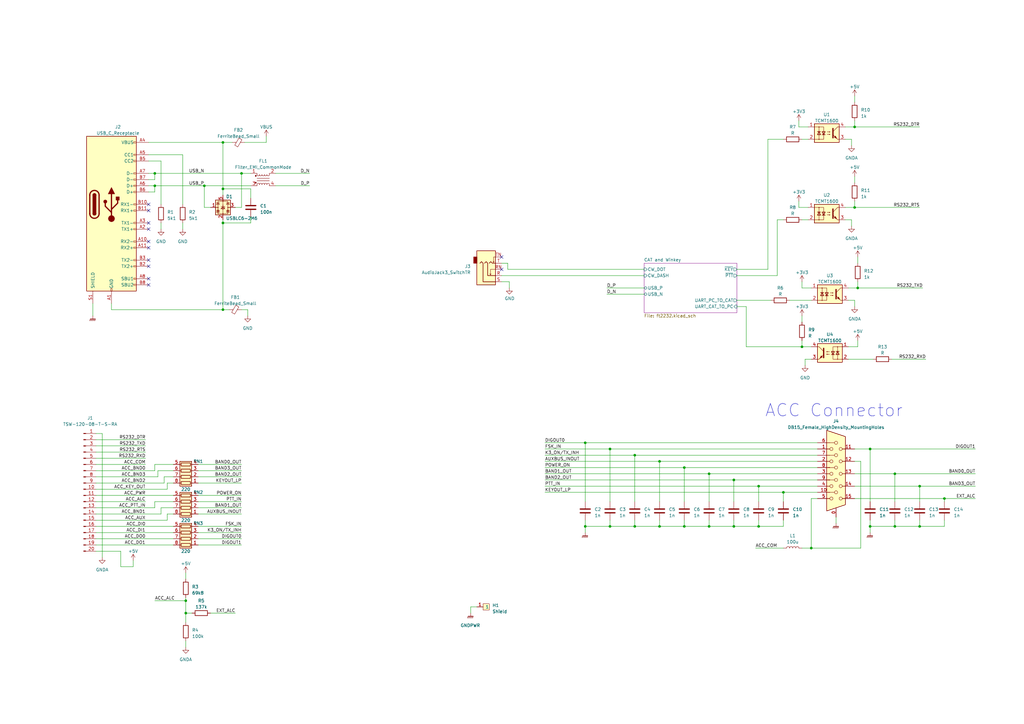
<source format=kicad_sch>
(kicad_sch (version 20210406) (generator eeschema)
  (paper "A3")
  (lib_symbols
    (symbol "Connector:AudioJack3_SwitchTR"
      (property "Reference" "J" (at 0 8.89 0))
      (property "Value" "AudioJack3_SwitchTR" (at 0 6.35 0))
      (symbol "AudioJack3_SwitchTR_1_1"
        (pin passive line (at 5.08 0 180) (length 2.54) (name "~") (number "R"))
        (pin passive line (at 5.08 -2.54 180) (length 2.54) (name "~") (number "RN"))
        (pin passive line (at 5.08 2.54 180) (length 2.54) (name "~") (number "S"))
        (pin passive line (at 5.08 -5.08 180) (length 2.54) (name "~") (number "T"))
        (pin passive line (at 5.08 -7.62 180) (length 2.54) (name "~") (number "TN"))
      )
    )
    (symbol "Connector:Conn_01x20_Male" (pin_names (offset 1.016) hide)
      (property "Reference" "J" (at 0 25.4 0))
      (property "Value" "Conn_01x20_Male" (at 0 -27.94 0))
      (symbol "Conn_01x20_Male_1_1"
        (pin passive line (at 5.08 22.86 180) (length 3.81) (name "Pin_1") (number "1"))
        (pin passive line (at 5.08 0 180) (length 3.81) (name "Pin_10") (number "10"))
        (pin passive line (at 5.08 -2.54 180) (length 3.81) (name "Pin_11") (number "11"))
        (pin passive line (at 5.08 -5.08 180) (length 3.81) (name "Pin_12") (number "12"))
        (pin passive line (at 5.08 -7.62 180) (length 3.81) (name "Pin_13") (number "13"))
        (pin passive line (at 5.08 -10.16 180) (length 3.81) (name "Pin_14") (number "14"))
        (pin passive line (at 5.08 -12.7 180) (length 3.81) (name "Pin_15") (number "15"))
        (pin passive line (at 5.08 -15.24 180) (length 3.81) (name "Pin_16") (number "16"))
        (pin passive line (at 5.08 -17.78 180) (length 3.81) (name "Pin_17") (number "17"))
        (pin passive line (at 5.08 -20.32 180) (length 3.81) (name "Pin_18") (number "18"))
        (pin passive line (at 5.08 -22.86 180) (length 3.81) (name "Pin_19") (number "19"))
        (pin passive line (at 5.08 20.32 180) (length 3.81) (name "Pin_2") (number "2"))
        (pin passive line (at 5.08 -25.4 180) (length 3.81) (name "Pin_20") (number "20"))
        (pin passive line (at 5.08 17.78 180) (length 3.81) (name "Pin_3") (number "3"))
        (pin passive line (at 5.08 15.24 180) (length 3.81) (name "Pin_4") (number "4"))
        (pin passive line (at 5.08 12.7 180) (length 3.81) (name "Pin_5") (number "5"))
        (pin passive line (at 5.08 10.16 180) (length 3.81) (name "Pin_6") (number "6"))
        (pin passive line (at 5.08 7.62 180) (length 3.81) (name "Pin_7") (number "7"))
        (pin passive line (at 5.08 5.08 180) (length 3.81) (name "Pin_8") (number "8"))
        (pin passive line (at 5.08 2.54 180) (length 3.81) (name "Pin_9") (number "9"))
      )
    )
    (symbol "Connector:DB15_Female_HighDensity_MountingHoles" (pin_names (offset 1.016) hide)
      (property "Reference" "J" (at 0 21.59 0))
      (property "Value" "DB15_Female_HighDensity_MountingHoles" (at 0 19.05 0))
      (symbol "DB15_Female_HighDensity_MountingHoles_1_1"
        (pin passive line (at 0 -17.78 90) (length 3.81) (name "~") (number "0"))
        (pin passive line (at -7.62 10.16 0) (length 5.08) (name "~") (number "1"))
        (pin passive line (at -7.62 -7.62 0) (length 5.08) (name "~") (number "10"))
        (pin passive line (at 7.62 10.16 180) (length 5.08) (name "~") (number "11"))
        (pin passive line (at 7.62 5.08 180) (length 5.08) (name "~") (number "12"))
        (pin passive line (at 7.62 0 180) (length 5.08) (name "~") (number "13"))
        (pin passive line (at 7.62 -5.08 180) (length 5.08) (name "~") (number "14"))
        (pin passive line (at 7.62 -10.16 180) (length 5.08) (name "~") (number "15"))
        (pin passive line (at -7.62 5.08 0) (length 5.08) (name "~") (number "2"))
        (pin passive line (at -7.62 0 0) (length 5.08) (name "~") (number "3"))
        (pin passive line (at -7.62 -5.08 0) (length 5.08) (name "~") (number "4"))
        (pin passive line (at -7.62 -10.16 0) (length 5.08) (name "~") (number "5"))
        (pin passive line (at -7.62 12.7 0) (length 5.08) (name "~") (number "6"))
        (pin passive line (at -7.62 7.62 0) (length 5.08) (name "~") (number "7"))
        (pin passive line (at -7.62 2.54 0) (length 5.08) (name "~") (number "8"))
        (pin passive line (at -7.62 -2.54 0) (length 5.08) (name "~") (number "9"))
      )
    )
    (symbol "Connector:USB_C_Receptacle" (pin_names (offset 1.016))
      (property "Reference" "J" (at -10.16 29.21 0))
      (property "Value" "USB_C_Receptacle" (at 10.16 29.21 0))
      (symbol "USB_C_Receptacle_1_1"
        (pin passive line (at 0 -40.64 90) (length 5.08) (name "GND") (number "A1"))
        (pin bidirectional line (at 15.24 -15.24 180) (length 5.08) (name "RX2-") (number "A10"))
        (pin bidirectional line (at 15.24 -17.78 180) (length 5.08) (name "RX2+") (number "A11"))
        (pin passive line (at 0 -40.64 90) (length 5.08) hide (name "GND") (number "A12"))
        (pin bidirectional line (at 15.24 -10.16 180) (length 5.08) (name "TX1+") (number "A2"))
        (pin bidirectional line (at 15.24 -7.62 180) (length 5.08) (name "TX1-") (number "A3"))
        (pin passive line (at 15.24 25.4 180) (length 5.08) (name "VBUS") (number "A4"))
        (pin bidirectional line (at 15.24 20.32 180) (length 5.08) (name "CC1") (number "A5"))
        (pin bidirectional line (at 15.24 7.62 180) (length 5.08) (name "D+") (number "A6"))
        (pin bidirectional line (at 15.24 12.7 180) (length 5.08) (name "D-") (number "A7"))
        (pin bidirectional line (at 15.24 -30.48 180) (length 5.08) (name "SBU1") (number "A8"))
        (pin passive line (at 15.24 25.4 180) (length 5.08) hide (name "VBUS") (number "A9"))
        (pin passive line (at 0 -40.64 90) (length 5.08) hide (name "GND") (number "B1"))
        (pin bidirectional line (at 15.24 0 180) (length 5.08) (name "RX1-") (number "B10"))
        (pin bidirectional line (at 15.24 -2.54 180) (length 5.08) (name "RX1+") (number "B11"))
        (pin passive line (at 0 -40.64 90) (length 5.08) hide (name "GND") (number "B12"))
        (pin bidirectional line (at 15.24 -25.4 180) (length 5.08) (name "TX2+") (number "B2"))
        (pin bidirectional line (at 15.24 -22.86 180) (length 5.08) (name "TX2-") (number "B3"))
        (pin passive line (at 15.24 25.4 180) (length 5.08) hide (name "VBUS") (number "B4"))
        (pin bidirectional line (at 15.24 17.78 180) (length 5.08) (name "CC2") (number "B5"))
        (pin bidirectional line (at 15.24 5.08 180) (length 5.08) (name "D+") (number "B6"))
        (pin bidirectional line (at 15.24 10.16 180) (length 5.08) (name "D-") (number "B7"))
        (pin bidirectional line (at 15.24 -33.02 180) (length 5.08) (name "SBU2") (number "B8"))
        (pin passive line (at 15.24 25.4 180) (length 5.08) hide (name "VBUS") (number "B9"))
        (pin passive line (at -7.62 -40.64 90) (length 5.08) (name "SHIELD") (number "S1"))
      )
    )
    (symbol "Device:C" (pin_numbers hide) (pin_names (offset 0.254))
      (property "Reference" "C" (at 0.635 2.54 0))
      (property "Value" "C" (at 0.635 -2.54 0))
      (symbol "C_1_1"
        (pin passive line (at 0 3.81 270) (length 2.794) (name "~") (number "1"))
        (pin passive line (at 0 -3.81 90) (length 2.794) (name "~") (number "2"))
      )
    )
    (symbol "Device:FerriteBead_Small" (pin_numbers hide) (pin_names (offset 0))
      (property "Reference" "FB" (at 1.905 1.27 0))
      (property "Value" "FerriteBead_Small" (at 1.905 -1.27 0))
      (symbol "FerriteBead_Small_1_1"
        (pin passive line (at 0 2.54 270) (length 1.27) (name "~") (number "1"))
        (pin passive line (at 0 -2.54 90) (length 1.27) (name "~") (number "2"))
      )
    )
    (symbol "Device:Filter_EMI_CommonMode" (pin_names (offset 0.254) hide)
      (property "Reference" "FL" (at 0 4.445 0))
      (property "Value" "Filter_EMI_CommonMode" (at 0 -4.445 0))
      (symbol "Filter_EMI_CommonMode_1_1"
        (pin passive line (at -5.08 2.54 0) (length 2.54) (name "1") (number "1"))
        (pin passive line (at 5.08 2.54 180) (length 2.54) (name "2") (number "2"))
        (pin passive line (at -5.08 -2.54 0) (length 2.54) (name "3") (number "3"))
        (pin passive line (at 5.08 -2.54 180) (length 2.54) (name "4") (number "4"))
      )
    )
    (symbol "Device:L" (pin_numbers hide) (pin_names (offset 1.016) hide)
      (property "Reference" "L" (at -1.27 0 90))
      (property "Value" "L" (at 1.905 0 90))
      (symbol "L_1_1"
        (pin passive line (at 0 3.81 270) (length 1.27) (name "1") (number "1"))
        (pin passive line (at 0 -3.81 90) (length 1.27) (name "2") (number "2"))
      )
    )
    (symbol "Device:R" (pin_numbers hide) (pin_names (offset 0))
      (property "Reference" "R" (at 2.032 0 90))
      (property "Value" "R" (at 0 0 90))
      (symbol "R_1_1"
        (pin passive line (at 0 3.81 270) (length 1.27) (name "~") (number "1"))
        (pin passive line (at 0 -3.81 90) (length 1.27) (name "~") (number "2"))
      )
    )
    (symbol "Device:R_Pack04" (pin_names (offset 0) hide)
      (property "Reference" "RN" (at -7.62 0 90))
      (property "Value" "R_Pack04" (at 5.08 0 90))
      (symbol "R_Pack04_1_1"
        (pin passive line (at -5.08 -5.08 90) (length 2.54) (name "R1.1") (number "1"))
        (pin passive line (at -2.54 -5.08 90) (length 2.54) (name "R2.1") (number "2"))
        (pin passive line (at 0 -5.08 90) (length 2.54) (name "R3.1") (number "3"))
        (pin passive line (at 2.54 -5.08 90) (length 2.54) (name "R4.1") (number "4"))
        (pin passive line (at 2.54 5.08 270) (length 2.54) (name "R4.2") (number "5"))
        (pin passive line (at 0 5.08 270) (length 2.54) (name "R3.2") (number "6"))
        (pin passive line (at -2.54 5.08 270) (length 2.54) (name "R2.2") (number "7"))
        (pin passive line (at -5.08 5.08 270) (length 2.54) (name "R1.2") (number "8"))
      )
    )
    (symbol "Diode_WUT:USBLC6-2M6"
      (property "Reference" "D" (at 1.905 4.445 0))
      (property "Value" "USBLC6-2M6" (at 7.62 -4.445 0))
      (symbol "USBLC6-2M6_1_1"
        (pin passive line (at -5.08 0 0) (length 2.54) (name "~") (number "1"))
        (pin passive line (at 0 -5.08 90) (length 2.54) (name "~") (number "2"))
        (pin passive line (at 5.08 0 180) (length 2.54) (name "~") (number "3"))
        (pin passive line (at 5.08 0 180) (length 2.54) hide (name "~") (number "4"))
        (pin passive line (at 0 5.08 270) (length 2.54) (name "~") (number "5"))
        (pin passive line (at -5.08 0 0) (length 2.54) hide (name "~") (number "6"))
      )
    )
    (symbol "Isolator:TCMT1600" (pin_names (offset 1.016))
      (property "Reference" "U" (at -5.08 5.08 0))
      (property "Value" "TCMT1600" (at 0 5.08 0))
      (symbol "TCMT1600_1_1"
        (pin passive line (at -7.62 2.54 0) (length 2.54) (name "~") (number "1"))
        (pin passive line (at -7.62 -2.54 0) (length 2.54) (name "~") (number "2"))
        (pin passive line (at 7.62 -2.54 180) (length 2.54) (name "~") (number "3"))
        (pin passive line (at 7.62 2.54 180) (length 2.54) (name "~") (number "4"))
      )
    )
    (symbol "Shield_WUT:Shield" (pin_names (offset 1.016))
      (property "Reference" "H" (at 0 -2.54 0))
      (property "Value" "Shield" (at 0 2.54 0))
      (symbol "Shield_1_1"
        (pin passive line (at -2.54 0 0) (length 2.54) (name "1") (number "1"))
      )
    )
    (symbol "power:+3.3V" (power) (pin_names (offset 0))
      (property "Value" "+3.3V" (at 0 3.556 0))
      (symbol "+3.3V_1_1"
        (pin power_in line (at 0 0 90) (length 0) hide (name "+3V3") (number "1"))
      )
    )
    (symbol "power:+5V" (power) (pin_names (offset 0))
      (property "Value" "+5V" (at 0 3.556 0))
      (symbol "+5V_1_1"
        (pin power_in line (at 0 0 90) (length 0) hide (name "+5V") (number "1"))
      )
    )
    (symbol "power:GND" (power) (pin_names (offset 0))
      (property "Value" "GND" (at 0 -3.81 0))
      (symbol "GND_1_1"
        (pin power_in line (at 0 0 270) (length 0) hide (name "GND") (number "1"))
      )
    )
    (symbol "power:GNDA" (power) (pin_names (offset 0))
      (property "Value" "GNDA" (at 0 -3.81 0))
      (symbol "GNDA_1_1"
        (pin power_in line (at 0 0 270) (length 0) hide (name "GNDA") (number "1"))
      )
    )
    (symbol "power:GNDPWR" (power) (pin_names (offset 0))
      (property "Value" "GNDPWR" (at 0 -3.302 0))
      (symbol "GNDPWR_1_1"
        (pin power_in line (at 0 0 270) (length 0) hide (name "GNDPWR") (number "1"))
      )
    )
    (symbol "power:VBUS" (power) (pin_names (offset 0))
      (property "Value" "VBUS" (at 0 3.81 0))
      (symbol "VBUS_1_1"
        (pin power_in line (at 0 0 90) (length 0) hide (name "VBUS") (number "1"))
      )
    )
  )
  (junction (at 63.5 71.12) (diameter 0.9144))
  (junction (at 63.5 76.2) (diameter 0.9144))
  (junction (at 76.2 246.38) (diameter 0.9144))
  (junction (at 76.2 251.46) (diameter 0.9144))
  (junction (at 83.82 76.2) (diameter 0.9144))
  (junction (at 91.44 58.42) (diameter 0.9144))
  (junction (at 91.44 77.47) (diameter 0.9144))
  (junction (at 91.44 91.44) (diameter 0.9144))
  (junction (at 91.44 127) (diameter 0.9144))
  (junction (at 99.06 71.12) (diameter 0.9144))
  (junction (at 240.03 181.61) (diameter 0.9144))
  (junction (at 240.03 215.9) (diameter 0.9144))
  (junction (at 250.19 184.15) (diameter 0.9144))
  (junction (at 250.19 215.9) (diameter 0.9144))
  (junction (at 260.35 186.69) (diameter 0.9144))
  (junction (at 260.35 215.9) (diameter 0.9144))
  (junction (at 270.51 189.23) (diameter 0.9144))
  (junction (at 270.51 215.9) (diameter 0.9144))
  (junction (at 280.67 191.77) (diameter 0.9144))
  (junction (at 280.67 215.9) (diameter 0.9144))
  (junction (at 290.83 194.31) (diameter 0.9144))
  (junction (at 290.83 215.9) (diameter 0.9144))
  (junction (at 300.99 196.85) (diameter 0.9144))
  (junction (at 300.99 215.9) (diameter 0.9144))
  (junction (at 311.15 199.39) (diameter 0.9144))
  (junction (at 311.15 215.9) (diameter 0.9144))
  (junction (at 321.31 201.93) (diameter 0.9144))
  (junction (at 328.93 142.24) (diameter 0.9144))
  (junction (at 332.74 224.79) (diameter 0.9144))
  (junction (at 350.52 52.07) (diameter 0.9144))
  (junction (at 350.52 85.09) (diameter 0.9144))
  (junction (at 351.79 118.11) (diameter 0.9144))
  (junction (at 356.87 184.15) (diameter 0.9144))
  (junction (at 356.87 215.9) (diameter 0.9144))
  (junction (at 367.03 194.31) (diameter 0.9144))
  (junction (at 367.03 215.9) (diameter 0.9144))
  (junction (at 377.19 199.39) (diameter 0.9144))
  (junction (at 377.19 215.9) (diameter 0.9144))
  (junction (at 387.35 204.47) (diameter 0.9144))
  (no_connect (at 60.96 83.82))
  (no_connect (at 60.96 86.36))
  (no_connect (at 60.96 91.44))
  (no_connect (at 60.96 93.98))
  (no_connect (at 60.96 99.06))
  (no_connect (at 60.96 101.6))
  (no_connect (at 60.96 106.68))
  (no_connect (at 60.96 109.22))
  (no_connect (at 60.96 114.3))
  (no_connect (at 60.96 116.84))
  (no_connect (at 205.74 105.41))
  (no_connect (at 205.74 110.49))
  (wire (pts (xy 38.1 124.46) (xy 38.1 129.54)))
  (wire (pts (xy 39.37 177.8) (xy 41.91 177.8)))
  (wire (pts (xy 39.37 180.34) (xy 59.69 180.34)))
  (wire (pts (xy 39.37 182.88) (xy 59.69 182.88)))
  (wire (pts (xy 39.37 185.42) (xy 59.69 185.42)))
  (wire (pts (xy 39.37 187.96) (xy 59.69 187.96)))
  (wire (pts (xy 39.37 190.5) (xy 59.69 190.5)))
  (wire (pts (xy 39.37 193.04) (xy 63.5 193.04)))
  (wire (pts (xy 39.37 195.58) (xy 64.77 195.58)))
  (wire (pts (xy 39.37 198.12) (xy 67.31 198.12)))
  (wire (pts (xy 39.37 200.66) (xy 68.58 200.66)))
  (wire (pts (xy 39.37 203.2) (xy 71.12 203.2)))
  (wire (pts (xy 39.37 205.74) (xy 59.69 205.74)))
  (wire (pts (xy 39.37 208.28) (xy 63.5 208.28)))
  (wire (pts (xy 39.37 210.82) (xy 66.04 210.82)))
  (wire (pts (xy 39.37 213.36) (xy 68.58 213.36)))
  (wire (pts (xy 39.37 215.9) (xy 71.12 215.9)))
  (wire (pts (xy 39.37 218.44) (xy 71.12 218.44)))
  (wire (pts (xy 39.37 220.98) (xy 71.12 220.98)))
  (wire (pts (xy 39.37 223.52) (xy 71.12 223.52)))
  (wire (pts (xy 39.37 226.06) (xy 49.53 226.06)))
  (wire (pts (xy 41.91 177.8) (xy 41.91 228.6)))
  (wire (pts (xy 45.72 124.46) (xy 45.72 127)))
  (wire (pts (xy 45.72 127) (xy 91.44 127)))
  (wire (pts (xy 49.53 226.06) (xy 49.53 232.41)))
  (wire (pts (xy 49.53 232.41) (xy 54.61 232.41)))
  (wire (pts (xy 54.61 232.41) (xy 54.61 229.87)))
  (wire (pts (xy 60.96 58.42) (xy 91.44 58.42)))
  (wire (pts (xy 60.96 63.5) (xy 74.93 63.5)))
  (wire (pts (xy 60.96 66.04) (xy 66.04 66.04)))
  (wire (pts (xy 60.96 71.12) (xy 63.5 71.12)))
  (wire (pts (xy 60.96 76.2) (xy 63.5 76.2)))
  (wire (pts (xy 60.96 78.74) (xy 63.5 78.74)))
  (wire (pts (xy 63.5 71.12) (xy 63.5 73.66)))
  (wire (pts (xy 63.5 71.12) (xy 99.06 71.12)))
  (wire (pts (xy 63.5 73.66) (xy 60.96 73.66)))
  (wire (pts (xy 63.5 76.2) (xy 63.5 78.74)))
  (wire (pts (xy 63.5 76.2) (xy 83.82 76.2)))
  (wire (pts (xy 63.5 190.5) (xy 71.12 190.5)))
  (wire (pts (xy 63.5 193.04) (xy 63.5 190.5)))
  (wire (pts (xy 63.5 205.74) (xy 71.12 205.74)))
  (wire (pts (xy 63.5 208.28) (xy 63.5 205.74)))
  (wire (pts (xy 63.5 246.38) (xy 76.2 246.38)))
  (wire (pts (xy 64.77 193.04) (xy 64.77 195.58)))
  (wire (pts (xy 66.04 66.04) (xy 66.04 83.82)))
  (wire (pts (xy 66.04 91.44) (xy 66.04 93.98)))
  (wire (pts (xy 66.04 208.28) (xy 71.12 208.28)))
  (wire (pts (xy 66.04 210.82) (xy 66.04 208.28)))
  (wire (pts (xy 67.31 195.58) (xy 71.12 195.58)))
  (wire (pts (xy 67.31 198.12) (xy 67.31 195.58)))
  (wire (pts (xy 68.58 198.12) (xy 68.58 200.66)))
  (wire (pts (xy 68.58 210.82) (xy 71.12 210.82)))
  (wire (pts (xy 68.58 213.36) (xy 68.58 210.82)))
  (wire (pts (xy 71.12 193.04) (xy 64.77 193.04)))
  (wire (pts (xy 71.12 198.12) (xy 68.58 198.12)))
  (wire (pts (xy 74.93 63.5) (xy 74.93 83.82)))
  (wire (pts (xy 74.93 91.44) (xy 74.93 93.98)))
  (wire (pts (xy 76.2 234.95) (xy 76.2 237.49)))
  (wire (pts (xy 76.2 245.11) (xy 76.2 246.38)))
  (wire (pts (xy 76.2 246.38) (xy 76.2 251.46)))
  (wire (pts (xy 76.2 251.46) (xy 76.2 255.27)))
  (wire (pts (xy 76.2 251.46) (xy 78.74 251.46)))
  (wire (pts (xy 76.2 262.89) (xy 76.2 265.43)))
  (wire (pts (xy 81.28 190.5) (xy 99.06 190.5)))
  (wire (pts (xy 81.28 193.04) (xy 99.06 193.04)))
  (wire (pts (xy 81.28 195.58) (xy 99.06 195.58)))
  (wire (pts (xy 81.28 198.12) (xy 99.06 198.12)))
  (wire (pts (xy 81.28 203.2) (xy 99.06 203.2)))
  (wire (pts (xy 81.28 205.74) (xy 99.06 205.74)))
  (wire (pts (xy 81.28 208.28) (xy 99.06 208.28)))
  (wire (pts (xy 81.28 210.82) (xy 99.06 210.82)))
  (wire (pts (xy 81.28 215.9) (xy 99.06 215.9)))
  (wire (pts (xy 81.28 218.44) (xy 99.06 218.44)))
  (wire (pts (xy 81.28 220.98) (xy 99.06 220.98)))
  (wire (pts (xy 81.28 223.52) (xy 99.06 223.52)))
  (wire (pts (xy 83.82 76.2) (xy 102.87 76.2)))
  (wire (pts (xy 83.82 85.09) (xy 83.82 76.2)))
  (wire (pts (xy 86.36 85.09) (xy 83.82 85.09)))
  (wire (pts (xy 86.36 251.46) (xy 96.52 251.46)))
  (wire (pts (xy 91.44 58.42) (xy 91.44 77.47)))
  (wire (pts (xy 91.44 58.42) (xy 95.25 58.42)))
  (wire (pts (xy 91.44 77.47) (xy 91.44 80.01)))
  (wire (pts (xy 91.44 77.47) (xy 102.87 77.47)))
  (wire (pts (xy 91.44 91.44) (xy 91.44 90.17)))
  (wire (pts (xy 91.44 91.44) (xy 102.87 91.44)))
  (wire (pts (xy 91.44 127) (xy 91.44 91.44)))
  (wire (pts (xy 91.44 127) (xy 93.98 127)))
  (wire (pts (xy 99.06 71.12) (xy 99.06 85.09)))
  (wire (pts (xy 99.06 71.12) (xy 102.87 71.12)))
  (wire (pts (xy 99.06 85.09) (xy 96.52 85.09)))
  (wire (pts (xy 99.06 127) (xy 101.6 127)))
  (wire (pts (xy 100.33 58.42) (xy 109.22 58.42)))
  (wire (pts (xy 101.6 127) (xy 101.6 129.54)))
  (wire (pts (xy 102.87 77.47) (xy 102.87 81.28)))
  (wire (pts (xy 102.87 91.44) (xy 102.87 88.9)))
  (wire (pts (xy 109.22 58.42) (xy 109.22 55.88)))
  (wire (pts (xy 113.03 71.12) (xy 127 71.12)))
  (wire (pts (xy 113.03 76.2) (xy 127 76.2)))
  (wire (pts (xy 193.04 248.92) (xy 193.04 251.46)))
  (wire (pts (xy 195.58 248.92) (xy 193.04 248.92)))
  (wire (pts (xy 205.74 107.95) (xy 208.28 107.95)))
  (wire (pts (xy 205.74 113.03) (xy 264.16 113.03)))
  (wire (pts (xy 205.74 115.57) (xy 208.915 115.57)))
  (wire (pts (xy 208.28 107.95) (xy 208.28 110.49)))
  (wire (pts (xy 208.28 110.49) (xy 264.16 110.49)))
  (wire (pts (xy 208.915 115.57) (xy 208.915 118.11)))
  (wire (pts (xy 223.52 181.61) (xy 240.03 181.61)))
  (wire (pts (xy 223.52 184.15) (xy 250.19 184.15)))
  (wire (pts (xy 223.52 186.69) (xy 260.35 186.69)))
  (wire (pts (xy 223.52 189.23) (xy 270.51 189.23)))
  (wire (pts (xy 223.52 191.77) (xy 280.67 191.77)))
  (wire (pts (xy 223.52 194.31) (xy 290.83 194.31)))
  (wire (pts (xy 223.52 196.85) (xy 300.99 196.85)))
  (wire (pts (xy 223.52 199.39) (xy 311.15 199.39)))
  (wire (pts (xy 223.52 201.93) (xy 321.31 201.93)))
  (wire (pts (xy 240.03 181.61) (xy 240.03 205.74)))
  (wire (pts (xy 240.03 181.61) (xy 335.28 181.61)))
  (wire (pts (xy 240.03 213.36) (xy 240.03 215.9)))
  (wire (pts (xy 240.03 215.9) (xy 240.03 218.44)))
  (wire (pts (xy 240.03 215.9) (xy 250.19 215.9)))
  (wire (pts (xy 248.92 118.11) (xy 264.16 118.11)))
  (wire (pts (xy 248.92 120.65) (xy 264.16 120.65)))
  (wire (pts (xy 250.19 184.15) (xy 250.19 205.74)))
  (wire (pts (xy 250.19 184.15) (xy 335.28 184.15)))
  (wire (pts (xy 250.19 213.36) (xy 250.19 215.9)))
  (wire (pts (xy 250.19 215.9) (xy 260.35 215.9)))
  (wire (pts (xy 260.35 186.69) (xy 260.35 205.74)))
  (wire (pts (xy 260.35 186.69) (xy 335.28 186.69)))
  (wire (pts (xy 260.35 213.36) (xy 260.35 215.9)))
  (wire (pts (xy 260.35 215.9) (xy 270.51 215.9)))
  (wire (pts (xy 270.51 189.23) (xy 270.51 205.74)))
  (wire (pts (xy 270.51 189.23) (xy 335.28 189.23)))
  (wire (pts (xy 270.51 213.36) (xy 270.51 215.9)))
  (wire (pts (xy 270.51 215.9) (xy 280.67 215.9)))
  (wire (pts (xy 280.67 191.77) (xy 280.67 205.74)))
  (wire (pts (xy 280.67 191.77) (xy 335.28 191.77)))
  (wire (pts (xy 280.67 213.36) (xy 280.67 215.9)))
  (wire (pts (xy 280.67 215.9) (xy 290.83 215.9)))
  (wire (pts (xy 290.83 194.31) (xy 290.83 205.74)))
  (wire (pts (xy 290.83 194.31) (xy 335.28 194.31)))
  (wire (pts (xy 290.83 213.36) (xy 290.83 215.9)))
  (wire (pts (xy 290.83 215.9) (xy 300.99 215.9)))
  (wire (pts (xy 300.99 196.85) (xy 300.99 205.74)))
  (wire (pts (xy 300.99 196.85) (xy 335.28 196.85)))
  (wire (pts (xy 300.99 213.36) (xy 300.99 215.9)))
  (wire (pts (xy 300.99 215.9) (xy 311.15 215.9)))
  (wire (pts (xy 302.26 123.19) (xy 316.23 123.19)))
  (wire (pts (xy 306.07 125.73) (xy 302.26 125.73)))
  (wire (pts (xy 306.07 142.24) (xy 306.07 125.73)))
  (wire (pts (xy 309.88 224.79) (xy 321.31 224.79)))
  (wire (pts (xy 311.15 199.39) (xy 311.15 205.74)))
  (wire (pts (xy 311.15 199.39) (xy 335.28 199.39)))
  (wire (pts (xy 311.15 213.36) (xy 311.15 215.9)))
  (wire (pts (xy 311.15 215.9) (xy 321.31 215.9)))
  (wire (pts (xy 314.96 57.15) (xy 314.96 110.49)))
  (wire (pts (xy 314.96 57.15) (xy 321.31 57.15)))
  (wire (pts (xy 314.96 110.49) (xy 302.26 110.49)))
  (wire (pts (xy 318.77 90.17) (xy 318.77 113.03)))
  (wire (pts (xy 318.77 113.03) (xy 302.26 113.03)))
  (wire (pts (xy 321.31 90.17) (xy 318.77 90.17)))
  (wire (pts (xy 321.31 201.93) (xy 321.31 205.74)))
  (wire (pts (xy 321.31 201.93) (xy 335.28 201.93)))
  (wire (pts (xy 321.31 215.9) (xy 321.31 213.36)))
  (wire (pts (xy 323.85 123.19) (xy 332.74 123.19)))
  (wire (pts (xy 327.66 52.07) (xy 327.66 49.53)))
  (wire (pts (xy 327.66 85.09) (xy 327.66 82.55)))
  (wire (pts (xy 328.93 57.15) (xy 331.47 57.15)))
  (wire (pts (xy 328.93 90.17) (xy 331.47 90.17)))
  (wire (pts (xy 328.93 118.11) (xy 328.93 115.57)))
  (wire (pts (xy 328.93 129.54) (xy 328.93 132.08)))
  (wire (pts (xy 328.93 142.24) (xy 306.07 142.24)))
  (wire (pts (xy 328.93 142.24) (xy 328.93 139.7)))
  (wire (pts (xy 328.93 224.79) (xy 332.74 224.79)))
  (wire (pts (xy 330.2 147.32) (xy 330.2 149.86)))
  (wire (pts (xy 331.47 52.07) (xy 327.66 52.07)))
  (wire (pts (xy 331.47 85.09) (xy 327.66 85.09)))
  (wire (pts (xy 332.74 118.11) (xy 328.93 118.11)))
  (wire (pts (xy 332.74 142.24) (xy 328.93 142.24)))
  (wire (pts (xy 332.74 147.32) (xy 330.2 147.32)))
  (wire (pts (xy 332.74 204.47) (xy 332.74 224.79)))
  (wire (pts (xy 332.74 224.79) (xy 353.06 224.79)))
  (wire (pts (xy 335.28 204.47) (xy 332.74 204.47)))
  (wire (pts (xy 342.9 212.09) (xy 342.9 214.63)))
  (wire (pts (xy 346.71 52.07) (xy 350.52 52.07)))
  (wire (pts (xy 346.71 57.15) (xy 349.25 57.15)))
  (wire (pts (xy 346.71 85.09) (xy 350.52 85.09)))
  (wire (pts (xy 346.71 90.17) (xy 349.25 90.17)))
  (wire (pts (xy 347.98 118.11) (xy 351.79 118.11)))
  (wire (pts (xy 347.98 123.19) (xy 350.52 123.19)))
  (wire (pts (xy 347.98 142.24) (xy 351.79 142.24)))
  (wire (pts (xy 347.98 147.32) (xy 358.14 147.32)))
  (wire (pts (xy 349.25 57.15) (xy 349.25 59.69)))
  (wire (pts (xy 349.25 90.17) (xy 349.25 92.71)))
  (wire (pts (xy 350.52 39.37) (xy 350.52 41.91)))
  (wire (pts (xy 350.52 52.07) (xy 350.52 49.53)))
  (wire (pts (xy 350.52 52.07) (xy 377.19 52.07)))
  (wire (pts (xy 350.52 72.39) (xy 350.52 74.93)))
  (wire (pts (xy 350.52 85.09) (xy 350.52 82.55)))
  (wire (pts (xy 350.52 85.09) (xy 377.19 85.09)))
  (wire (pts (xy 350.52 123.19) (xy 350.52 125.73)))
  (wire (pts (xy 350.52 204.47) (xy 387.35 204.47)))
  (wire (pts (xy 351.79 105.41) (xy 351.79 107.95)))
  (wire (pts (xy 351.79 118.11) (xy 351.79 115.57)))
  (wire (pts (xy 351.79 118.11) (xy 378.46 118.11)))
  (wire (pts (xy 351.79 139.7) (xy 351.79 142.24)))
  (wire (pts (xy 353.06 189.23) (xy 350.52 189.23)))
  (wire (pts (xy 353.06 189.23) (xy 353.06 224.79)))
  (wire (pts (xy 356.87 184.15) (xy 350.52 184.15)))
  (wire (pts (xy 356.87 184.15) (xy 356.87 205.74)))
  (wire (pts (xy 356.87 213.36) (xy 356.87 215.9)))
  (wire (pts (xy 356.87 215.9) (xy 356.87 218.44)))
  (wire (pts (xy 356.87 215.9) (xy 367.03 215.9)))
  (wire (pts (xy 365.76 147.32) (xy 379.73 147.32)))
  (wire (pts (xy 367.03 194.31) (xy 350.52 194.31)))
  (wire (pts (xy 367.03 194.31) (xy 367.03 205.74)))
  (wire (pts (xy 367.03 194.31) (xy 400.05 194.31)))
  (wire (pts (xy 367.03 213.36) (xy 367.03 215.9)))
  (wire (pts (xy 367.03 215.9) (xy 377.19 215.9)))
  (wire (pts (xy 377.19 199.39) (xy 350.52 199.39)))
  (wire (pts (xy 377.19 199.39) (xy 377.19 205.74)))
  (wire (pts (xy 377.19 199.39) (xy 400.05 199.39)))
  (wire (pts (xy 377.19 213.36) (xy 377.19 215.9)))
  (wire (pts (xy 377.19 215.9) (xy 387.35 215.9)))
  (wire (pts (xy 387.35 204.47) (xy 387.35 205.74)))
  (wire (pts (xy 387.35 204.47) (xy 400.05 204.47)))
  (wire (pts (xy 387.35 215.9) (xy 387.35 213.36)))
  (wire (pts (xy 400.05 184.15) (xy 356.87 184.15)))
  (text "ACC Connector" (at 313.69 171.45 0) (effects (font (size 5.08 5.08)) (justify left bottom)))
  (label "RS232_DTR" (at 59.69 180.34 180))
  (label "RS232_TXD" (at 59.69 182.88 180))
  (label "RS232_RTS" (at 59.69 185.42 180))
  (label "RS232_RXD" (at 59.69 187.96 180))
  (label "ACC_COM" (at 59.69 190.5 180))
  (label "ACC_BND0" (at 59.69 193.04 180))
  (label "ACC_BND3" (at 59.69 195.58 180))
  (label "ACC_BND2" (at 59.69 198.12 180))
  (label "ACC_KEY_OUT" (at 59.69 200.66 180))
  (label "ACC_PWR" (at 59.69 203.2 180))
  (label "ACC_ALC" (at 59.69 205.74 180))
  (label "ACC_PTT_IN" (at 59.69 208.28 180))
  (label "ACC_BND1" (at 59.69 210.82 180))
  (label "ACC_AUX" (at 59.69 213.36 180))
  (label "ACC_DI0" (at 59.69 215.9 180))
  (label "ACC_DI1" (at 59.69 218.44 180))
  (label "ACC_DO0" (at 59.69 220.98 180))
  (label "ACC_DO1" (at 59.69 223.52 180))
  (label "ACC_ALC" (at 63.5 246.38 0))
  (label "USB_N" (at 77.47 71.12 0))
  (label "USB_P" (at 77.47 76.2 0))
  (label "EXT_ALC" (at 96.52 251.46 180))
  (label "BAND0_OUT" (at 99.06 190.5 180))
  (label "BAND3_OUT" (at 99.06 193.04 180))
  (label "BAND2_OUT" (at 99.06 195.58 180))
  (label "KEYOUT_LP" (at 99.06 198.12 180))
  (label "POWER_ON" (at 99.06 203.2 180))
  (label "PTT_IN" (at 99.06 205.74 180))
  (label "BAND1_OUT" (at 99.06 208.28 180))
  (label "AUXBUS_INOUT" (at 99.06 210.82 180))
  (label "FSK_IN" (at 99.06 215.9 180))
  (label "K3_ON{slash}TX_INH" (at 99.06 218.44 180))
  (label "DIGOUT0" (at 99.06 220.98 180))
  (label "DIGOUT1" (at 99.06 223.52 180))
  (label "D_N" (at 127 71.12 180))
  (label "D_P" (at 127 76.2 180))
  (label "DIGOUT0" (at 223.52 181.61 0))
  (label "FSK_IN" (at 223.52 184.15 0))
  (label "K3_ON{slash}TX_INH" (at 223.52 186.69 0))
  (label "AUXBUS_INOUT" (at 223.52 189.23 0))
  (label "POWER_ON" (at 223.52 191.77 0))
  (label "BAND1_OUT" (at 223.52 194.31 0))
  (label "BAND2_OUT" (at 223.52 196.85 0))
  (label "PTT_IN" (at 223.52 199.39 0))
  (label "KEYOUT_LP" (at 223.52 201.93 0))
  (label "D_P" (at 248.92 118.11 0))
  (label "D_N" (at 248.92 120.65 0))
  (label "ACC_COM" (at 309.88 224.79 0))
  (label "RS232_DTR" (at 377.19 52.07 180))
  (label "RS232_RTS" (at 377.19 85.09 180))
  (label "RS232_TXD" (at 378.46 118.11 180))
  (label "RS232_RXD" (at 379.73 147.32 180))
  (label "DIGOUT1" (at 400.05 184.15 180))
  (label "BAND0_OUT" (at 400.05 194.31 180))
  (label "BAND3_OUT" (at 400.05 199.39 180))
  (label "EXT_ALC" (at 400.05 204.47 180))
  (symbol (lib_id "power:+5V") (at 54.61 229.87 0) (unit 1)
    (property "Reference" "#PWR03" (effects hide))
    (property "Value" "+5V" (at 54.61 226.06 0))
  )
  (symbol (lib_id "power:+5V") (at 76.2 234.95 0) (unit 1)
    (property "Reference" "#PWR06" (effects hide))
    (property "Value" "+5V" (at 76.2 231.14 0))
  )
  (symbol (lib_id "power:VBUS") (at 109.22 55.88 0) (unit 1)
    (property "Reference" "#PWR09" (effects hide))
    (property "Value" "VBUS" (at 109.22 52.07 0))
  )
  (symbol (lib_id "power:+3.3V") (at 327.66 49.53 0) (unit 1)
    (property "Reference" "#PWR013" (effects hide))
    (property "Value" "+3.3V" (at 327.66 45.72 0))
  )
  (symbol (lib_id "power:+3.3V") (at 327.66 82.55 0) (unit 1)
    (property "Reference" "#PWR014" (effects hide))
    (property "Value" "+3.3V" (at 327.66 78.74 0))
  )
  (symbol (lib_id "power:+3.3V") (at 328.93 115.57 0) (unit 1)
    (property "Reference" "#PWR015" (effects hide))
    (property "Value" "+3.3V" (at 328.93 111.76 0))
  )
  (symbol (lib_id "power:+3.3V") (at 328.93 129.54 0) (unit 1)
    (property "Reference" "#PWR016" (effects hide))
    (property "Value" "+3.3V" (at 328.93 125.73 0))
  )
  (symbol (lib_id "power:+5V") (at 350.52 39.37 0) (unit 1)
    (property "Reference" "#PWR021" (effects hide))
    (property "Value" "+5V" (at 350.52 35.56 0))
  )
  (symbol (lib_id "power:+5V") (at 350.52 72.39 0) (unit 1)
    (property "Reference" "#PWR022" (effects hide))
    (property "Value" "+5V" (at 350.52 68.58 0))
  )
  (symbol (lib_id "power:+5V") (at 351.79 105.41 0) (unit 1)
    (property "Reference" "#PWR024" (effects hide))
    (property "Value" "+5V" (at 351.79 101.6 0))
  )
  (symbol (lib_id "power:+5V") (at 351.79 139.7 0) (unit 1)
    (property "Reference" "#PWR025" (effects hide))
    (property "Value" "+5V" (at 351.79 135.89 0))
  )
  (symbol (lib_id "power:GNDPWR") (at 38.1 129.54 0) (unit 1)
    (property "Reference" "#PWR01" (effects hide))
    (property "Value" "GNDPWR" (effects hide))
  )
  (symbol (lib_id "power:GNDPWR") (at 193.04 251.46 0) (unit 1)
    (property "Reference" "#PWR010" (effects hide))
    (property "Value" "GNDPWR" (at 192.913 256.54 0))
  )
  (symbol (lib_id "power:GNDPWR") (at 240.03 218.44 0) (unit 1)
    (property "Reference" "#PWR012" (effects hide))
    (property "Value" "GNDPWR" (effects hide))
  )
  (symbol (lib_id "power:GNDPWR") (at 342.9 214.63 0) (unit 1)
    (property "Reference" "#PWR018" (effects hide))
    (property "Value" "GNDPWR" (effects hide))
  )
  (symbol (lib_id "power:GNDPWR") (at 356.87 218.44 0) (unit 1)
    (property "Reference" "#PWR026" (effects hide))
    (property "Value" "GNDPWR" (effects hide))
  )
  (symbol (lib_id "power:GNDA") (at 41.91 228.6 0) (unit 1)
    (property "Reference" "#PWR02" (effects hide))
    (property "Value" "GNDA" (at 41.91 233.68 0))
  )
  (symbol (lib_id "power:GND") (at 66.04 93.98 0) (unit 1)
    (property "Reference" "#PWR04" (effects hide))
    (property "Value" "GND" (at 66.04 99.06 0))
  )
  (symbol (lib_id "power:GND") (at 74.93 93.98 0) (unit 1)
    (property "Reference" "#PWR05" (effects hide))
    (property "Value" "GND" (at 74.93 99.06 0))
  )
  (symbol (lib_id "power:GNDA") (at 76.2 265.43 0) (unit 1)
    (property "Reference" "#PWR07" (effects hide))
    (property "Value" "GNDA" (at 76.2 270.51 0))
  )
  (symbol (lib_id "power:GND") (at 101.6 129.54 0) (unit 1)
    (property "Reference" "#PWR08" (effects hide))
    (property "Value" "GND" (at 101.6 134.62 0))
  )
  (symbol (lib_id "power:GND") (at 208.915 118.11 0) (unit 1)
    (property "Reference" "#PWR011" (effects hide))
    (property "Value" "GND" (at 209.0293 122.4344 0))
  )
  (symbol (lib_id "power:GND") (at 330.2 149.86 0) (unit 1)
    (property "Reference" "#PWR017" (effects hide))
    (property "Value" "GND" (at 330.2 154.94 0))
  )
  (symbol (lib_id "power:GNDA") (at 349.25 59.69 0) (unit 1)
    (property "Reference" "#PWR019" (effects hide))
    (property "Value" "GNDA" (at 349.25 64.77 0))
  )
  (symbol (lib_id "power:GNDA") (at 349.25 92.71 0) (unit 1)
    (property "Reference" "#PWR020" (effects hide))
    (property "Value" "GNDA" (at 349.25 97.79 0))
  )
  (symbol (lib_id "power:GNDA") (at 350.52 125.73 0) (unit 1)
    (property "Reference" "#PWR023" (effects hide))
    (property "Value" "GNDA" (at 350.52 130.81 0))
  )
  (symbol (lib_id "Device:L") (at 325.12 224.79 90) (unit 1)
    (property "Reference" "L1" (at 325.12 219.71 90))
    (property "Value" "100u" (at 325.12 222.25 90))
    (property "Footprint" "Inductor_SMD:L_1210_3225Metric" (effects hide))
  )
  (symbol (lib_id "Shield_WUT:Shield") (at 198.12 248.92 0) (unit 1)
    (property "Reference" "H1" (at 201.93 248.2849 0) (effects (justify left)))
    (property "Value" "Shield" (at 201.93 250.8249 0) (effects (justify left)))
    (property "Footprint" "Shield_WUT:Shield_Masach_MS737-10_73.4x27.8x3mm_TH" (effects hide))
  )
  (symbol (lib_id "Device:R") (at 66.04 87.63 0) (unit 1)
    (property "Reference" "R1" (at 68.58 86.9949 0) (effects (justify left)))
    (property "Value" "5k1" (at 68.58 89.5349 0) (effects (justify left)))
    (property "Footprint" "Resistor_SMD:R_0402_1005Metric" (effects hide))
  )
  (symbol (lib_id "Device:R") (at 74.93 87.63 0) (unit 1)
    (property "Reference" "R2" (at 77.47 86.9949 0) (effects (justify left)))
    (property "Value" "5k1" (at 77.47 89.5349 0) (effects (justify left)))
    (property "Footprint" "Resistor_SMD:R_0402_1005Metric" (effects hide))
  )
  (symbol (lib_id "Device:R") (at 76.2 241.3 0) (unit 1)
    (property "Reference" "R3" (at 78.74 240.6649 0) (effects (justify left)))
    (property "Value" "69k8" (at 78.74 243.2049 0) (effects (justify left)))
    (property "Footprint" "Resistor_SMD:R_0402_1005Metric" (effects hide))
  )
  (symbol (lib_id "Device:R") (at 76.2 259.08 0) (unit 1)
    (property "Reference" "R4" (at 78.74 258.4449 0) (effects (justify left)))
    (property "Value" "100k" (at 78.74 260.9849 0) (effects (justify left)))
    (property "Footprint" "Resistor_SMD:R_0402_1005Metric" (effects hide))
  )
  (symbol (lib_id "Device:R") (at 82.55 251.46 90) (unit 1)
    (property "Reference" "R5" (at 82.55 246.38 90))
    (property "Value" "137k" (at 82.55 248.92 90))
    (property "Footprint" "Resistor_SMD:R_0402_1005Metric" (effects hide))
  )
  (symbol (lib_id "Device:R") (at 320.04 123.19 90) (unit 1)
    (property "Reference" "R6" (at 320.04 118.11 90))
    (property "Value" "R" (at 320.04 120.65 90))
    (property "Footprint" "Resistor_SMD:R_0402_1005Metric" (effects hide))
  )
  (symbol (lib_id "Device:R") (at 325.12 57.15 90) (unit 1)
    (property "Reference" "R7" (at 325.12 52.07 90))
    (property "Value" "R" (at 325.12 54.61 90))
    (property "Footprint" "Resistor_SMD:R_0402_1005Metric" (effects hide))
  )
  (symbol (lib_id "Device:R") (at 325.12 90.17 90) (unit 1)
    (property "Reference" "R8" (at 325.12 85.09 90))
    (property "Value" "R" (at 325.12 87.63 90))
    (property "Footprint" "Resistor_SMD:R_0402_1005Metric" (effects hide))
  )
  (symbol (lib_id "Device:R") (at 328.93 135.89 0) (unit 1)
    (property "Reference" "R9" (at 331.47 135.2549 0) (effects (justify left)))
    (property "Value" "R" (at 331.47 137.7949 0) (effects (justify left)))
    (property "Footprint" "Resistor_SMD:R_0402_1005Metric" (effects hide))
  )
  (symbol (lib_id "Device:R") (at 350.52 45.72 0) (unit 1)
    (property "Reference" "R10" (at 353.06 45.0849 0) (effects (justify left)))
    (property "Value" "1k" (at 353.06 47.6249 0) (effects (justify left)))
    (property "Footprint" "Resistor_SMD:R_0402_1005Metric" (effects hide))
  )
  (symbol (lib_id "Device:R") (at 350.52 78.74 0) (unit 1)
    (property "Reference" "R11" (at 353.06 78.1049 0) (effects (justify left)))
    (property "Value" "1k" (at 353.06 80.6449 0) (effects (justify left)))
    (property "Footprint" "Resistor_SMD:R_0402_1005Metric" (effects hide))
  )
  (symbol (lib_id "Device:R") (at 351.79 111.76 0) (unit 1)
    (property "Reference" "R12" (at 354.33 111.1249 0) (effects (justify left)))
    (property "Value" "1k" (at 354.33 113.6649 0) (effects (justify left)))
    (property "Footprint" "Resistor_SMD:R_0402_1005Metric" (effects hide))
  )
  (symbol (lib_id "Device:R") (at 361.95 147.32 90) (unit 1)
    (property "Reference" "R13" (at 361.95 142.24 90))
    (property "Value" "R" (at 361.95 144.78 90))
    (property "Footprint" "Resistor_SMD:R_0402_1005Metric" (effects hide))
  )
  (symbol (lib_id "Device:FerriteBead_Small") (at 96.52 127 90) (unit 1)
    (property "Reference" "FB1" (at 96.52 121.92 90))
    (property "Value" "FerriteBead_Small" (at 96.52 124.46 90))
    (property "Footprint" "Inductor_SMD:L_0603_1608Metric" (effects hide))
  )
  (symbol (lib_id "Device:FerriteBead_Small") (at 97.79 58.42 90) (unit 1)
    (property "Reference" "FB2" (at 97.79 53.34 90))
    (property "Value" "FerriteBead_Small" (at 97.79 55.88 90))
    (property "Footprint" "Inductor_SMD:L_0603_1608Metric" (effects hide))
  )
  (symbol (lib_id "Device:C") (at 102.87 85.09 0) (unit 1)
    (property "Reference" "C1" (at 106.68 84.4549 0) (effects (justify left)))
    (property "Value" "100n" (at 106.68 86.9949 0) (effects (justify left)))
    (property "Footprint" "Capacitor_SMD:C_0402_1005Metric" (effects hide))
  )
  (symbol (lib_id "Device:C") (at 240.03 209.55 0) (unit 1)
    (property "Reference" "C2" (at 243.84 208.9149 0) (effects (justify left)))
    (property "Value" "1n" (at 243.84 211.4549 0) (effects (justify left)))
    (property "Footprint" "Capacitor_SMD:C_0402_1005Metric" (effects hide))
  )
  (symbol (lib_id "Device:C") (at 250.19 209.55 0) (unit 1)
    (property "Reference" "C3" (at 254 208.9149 0) (effects (justify left)))
    (property "Value" "1n" (at 254 211.4549 0) (effects (justify left)))
    (property "Footprint" "Capacitor_SMD:C_0402_1005Metric" (effects hide))
  )
  (symbol (lib_id "Device:C") (at 260.35 209.55 0) (unit 1)
    (property "Reference" "C4" (at 264.16 208.9149 0) (effects (justify left)))
    (property "Value" "1n" (at 264.16 211.4549 0) (effects (justify left)))
    (property "Footprint" "Capacitor_SMD:C_0402_1005Metric" (effects hide))
  )
  (symbol (lib_id "Device:C") (at 270.51 209.55 0) (unit 1)
    (property "Reference" "C5" (at 274.32 208.9149 0) (effects (justify left)))
    (property "Value" "1n" (at 274.32 211.4549 0) (effects (justify left)))
    (property "Footprint" "Capacitor_SMD:C_0402_1005Metric" (effects hide))
  )
  (symbol (lib_id "Device:C") (at 280.67 209.55 0) (unit 1)
    (property "Reference" "C6" (at 284.48 208.9149 0) (effects (justify left)))
    (property "Value" "1n" (at 284.48 211.4549 0) (effects (justify left)))
    (property "Footprint" "Capacitor_SMD:C_0402_1005Metric" (effects hide))
  )
  (symbol (lib_id "Device:C") (at 290.83 209.55 0) (unit 1)
    (property "Reference" "C7" (at 294.64 208.9149 0) (effects (justify left)))
    (property "Value" "1n" (at 294.64 211.4549 0) (effects (justify left)))
    (property "Footprint" "Capacitor_SMD:C_0402_1005Metric" (effects hide))
  )
  (symbol (lib_id "Device:C") (at 300.99 209.55 0) (unit 1)
    (property "Reference" "C8" (at 304.8 208.9149 0) (effects (justify left)))
    (property "Value" "1n" (at 304.8 211.4549 0) (effects (justify left)))
    (property "Footprint" "Capacitor_SMD:C_0402_1005Metric" (effects hide))
  )
  (symbol (lib_id "Device:C") (at 311.15 209.55 0) (unit 1)
    (property "Reference" "C9" (at 314.96 208.9149 0) (effects (justify left)))
    (property "Value" "1n" (at 314.96 211.4549 0) (effects (justify left)))
    (property "Footprint" "Capacitor_SMD:C_0402_1005Metric" (effects hide))
  )
  (symbol (lib_id "Device:C") (at 321.31 209.55 0) (unit 1)
    (property "Reference" "C10" (at 325.12 208.9149 0) (effects (justify left)))
    (property "Value" "1n" (at 325.12 211.4549 0) (effects (justify left)))
    (property "Footprint" "Capacitor_SMD:C_0402_1005Metric" (effects hide))
  )
  (symbol (lib_id "Device:C") (at 356.87 209.55 0) (unit 1)
    (property "Reference" "C11" (at 360.68 208.9149 0) (effects (justify left)))
    (property "Value" "1n" (at 360.68 211.4549 0) (effects (justify left)))
    (property "Footprint" "Capacitor_SMD:C_0402_1005Metric" (effects hide))
  )
  (symbol (lib_id "Device:C") (at 367.03 209.55 0) (unit 1)
    (property "Reference" "C12" (at 370.84 208.9149 0) (effects (justify left)))
    (property "Value" "1n" (at 370.84 211.4549 0) (effects (justify left)))
    (property "Footprint" "Capacitor_SMD:C_0402_1005Metric" (effects hide))
  )
  (symbol (lib_id "Device:C") (at 377.19 209.55 0) (unit 1)
    (property "Reference" "C13" (at 381 208.9149 0) (effects (justify left)))
    (property "Value" "1n" (at 381 211.4549 0) (effects (justify left)))
    (property "Footprint" "Capacitor_SMD:C_0402_1005Metric" (effects hide))
  )
  (symbol (lib_id "Device:C") (at 387.35 209.55 0) (unit 1)
    (property "Reference" "C14" (at 391.16 208.9149 0) (effects (justify left)))
    (property "Value" "1n" (at 391.16 211.4549 0) (effects (justify left)))
    (property "Footprint" "Capacitor_SMD:C_0402_1005Metric" (effects hide))
  )
  (symbol (lib_id "Device:Filter_EMI_CommonMode") (at 107.95 73.66 0) (unit 1)
    (property "Reference" "FL1" (at 107.95 66.04 0))
    (property "Value" "Filter_EMI_CommonMode" (at 107.95 68.58 0))
    (property "Footprint" "Filter_WUT:Wurth_CM_USB_744231091" (effects hide))
  )
  (symbol (lib_id "Device:R_Pack04") (at 76.2 193.04 90) (unit 1)
    (property "Reference" "RN1" (at 81.28 189.23 90))
    (property "Value" "220" (at 76.2 200.66 90))
    (property "Footprint" "Resistor_SMD:R_Cat16-4" (effects hide))
  )
  (symbol (lib_id "Device:R_Pack04") (at 76.2 205.74 90) (unit 1)
    (property "Reference" "RN2" (at 81.28 201.93 90))
    (property "Value" "220" (at 76.2 213.36 90))
    (property "Footprint" "Resistor_SMD:R_Cat16-4" (effects hide))
  )
  (symbol (lib_id "Device:R_Pack04") (at 76.2 218.44 90) (unit 1)
    (property "Reference" "RN3" (at 81.28 214.63 90))
    (property "Value" "220" (at 76.2 226.06 90))
    (property "Footprint" "Resistor_SMD:R_Cat16-4" (effects hide))
  )
  (symbol (lib_id "Diode_WUT:USBLC6-2M6") (at 91.44 85.09 0) (unit 1)
    (property "Reference" "D1" (at 92.71 80.6449 0) (effects (justify left)))
    (property "Value" "USBLC6-2M6" (at 92.71 89.5349 0) (effects (justify left)))
    (property "Footprint" "Diode_WUT:TVS_ST_USBLC6-2M6" (effects hide))
  )
  (symbol (lib_id "Isolator:TCMT1600") (at 339.09 54.61 0) (unit 1)
    (property "Reference" "U1" (at 339.09 46.99 0))
    (property "Value" "TCMT1600" (at 339.09 49.53 0))
    (property "Footprint" "Package_SO:SOP-4_4.4x2.6mm_P1.27mm" (effects hide))
    (property "Datasheet" "http://www.vishay.com/docs/83512/tcmt1600.pdf" (effects hide))
  )
  (symbol (lib_id "Isolator:TCMT1600") (at 339.09 87.63 0) (unit 1)
    (property "Reference" "U2" (at 339.09 80.01 0))
    (property "Value" "TCMT1600" (at 339.09 82.55 0))
    (property "Footprint" "Package_SO:SOP-4_4.4x2.6mm_P1.27mm" (effects hide))
    (property "Datasheet" "http://www.vishay.com/docs/83512/tcmt1600.pdf" (effects hide))
  )
  (symbol (lib_id "Isolator:TCMT1600") (at 340.36 120.65 0) (unit 1)
    (property "Reference" "U3" (at 340.36 113.03 0))
    (property "Value" "TCMT1600" (at 340.36 115.57 0))
    (property "Footprint" "Package_SO:SOP-4_4.4x2.6mm_P1.27mm" (effects hide))
    (property "Datasheet" "http://www.vishay.com/docs/83512/tcmt1600.pdf" (effects hide))
  )
  (symbol (lib_id "Isolator:TCMT1600") (at 340.36 144.78 0) (mirror y) (unit 1)
    (property "Reference" "U4" (at 340.36 137.16 0))
    (property "Value" "TCMT1600" (at 340.36 139.7 0))
    (property "Footprint" "Package_SO:SOP-4_4.4x2.6mm_P1.27mm" (effects hide))
    (property "Datasheet" "http://www.vishay.com/docs/83512/tcmt1600.pdf" (effects hide))
  )
  (symbol (lib_id "Connector:AudioJack3_SwitchTR") (at 200.66 113.03 0) (mirror x) (unit 1)
    (property "Reference" "J3" (at 193.04 109.22 0) (effects (justify right)))
    (property "Value" "AudioJack3_SwitchTR" (at 193.04 111.76 0) (effects (justify right)))
    (property "Footprint" "Connector_WUT:Jack_3.5mm_CUI_SJ1-3535NG-GR_Horizontal_CircularHoles_Green" (effects hide))
  )
  (symbol (lib_id "Connector:Conn_01x20_Male") (at 34.29 200.66 0) (unit 1)
    (property "Reference" "J1" (at 36.9824 171.45 0))
    (property "Value" "TSW-120-08-T-S-RA" (at 36.9824 173.99 0))
    (property "Footprint" "Connector_PinHeader_2.54mm:PinHeader_1x20_P2.54mm_Horizontal" (effects hide))
  )
  (symbol (lib_id "Connector:DB15_Female_HighDensity_MountingHoles") (at 342.9 194.31 0) (unit 1)
    (property "Reference" "J4" (at 342.9 172.72 0))
    (property "Value" "DB15_Female_HighDensity_MountingHoles" (at 342.9 175.26 0))
    (property "Footprint" "Connector_WUT:D-Sub_HD15_TE_2311763-2_RA" (effects hide))
    (property "Datasheet" " ~" (effects hide))
  )
  (symbol (lib_id "Connector:USB_C_Receptacle") (at 45.72 83.82 0) (unit 1)
    (property "Reference" "J2" (at 48.387 52.07 0))
    (property "Value" "USB_C_Receptacle" (at 48.387 54.61 0))
    (property "Footprint" "Connector_WUT:USB-C_Amphenol_MUSBR-M1C1-M0" (effects hide))
    (property "Datasheet" "https://www.usb.org/sites/default/files/documents/usb_type-c.zip" (effects hide))
  )
  (sheet (at 264.16 107.95) (size 38.1 20.32) (stroke (width 0.001) (color 132 0 132 1)) (fill (color 255 255 255 0.0000))
    (property "Sheet name" "CAT and Winkey" (at 264.16 107.3141 0) (effects (justify left bottom)))
    (property "Sheet file" "ft2232.kicad_sch" (at 264.16 128.7789 0) (effects (justify left top)))
    (pin "~KEY" output (at 302.26 110.49 0))
    (pin "UART_PC_TO_CAT" output (at 302.26 123.19 0))
    (pin "UART_CAT_TO_PC" input (at 302.26 125.73 0))
    (pin "CW_DOT" input (at 264.16 110.49 180))
    (pin "CW_DASH" input (at 264.16 113.03 180))
    (pin "~PTT" output (at 302.26 113.03 0))
    (pin "USB_N" bidirectional (at 264.16 120.65 180))
    (pin "USB_P" bidirectional (at 264.16 118.11 180))
  )
)
</source>
